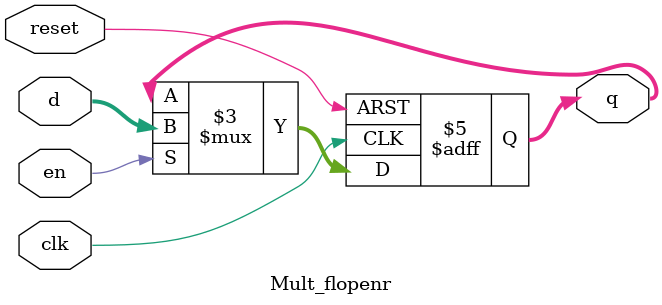
<source format=v>
`timescale 1ns / 1ps


module Mult_flopenr #(parameter WIDTH = 8)
(
input clk, reset,
input en,
input      [WIDTH - 1:0] d,
output reg [WIDTH - 1:0] q
);

//asynchronous, active HIGH reset with enable input
    always @ (posedge clk, posedge reset)
    begin
        if (reset)
            q <= 0;
        else if (en)
            q <= d;
        else
            q <= q;
    end
endmodule

</source>
